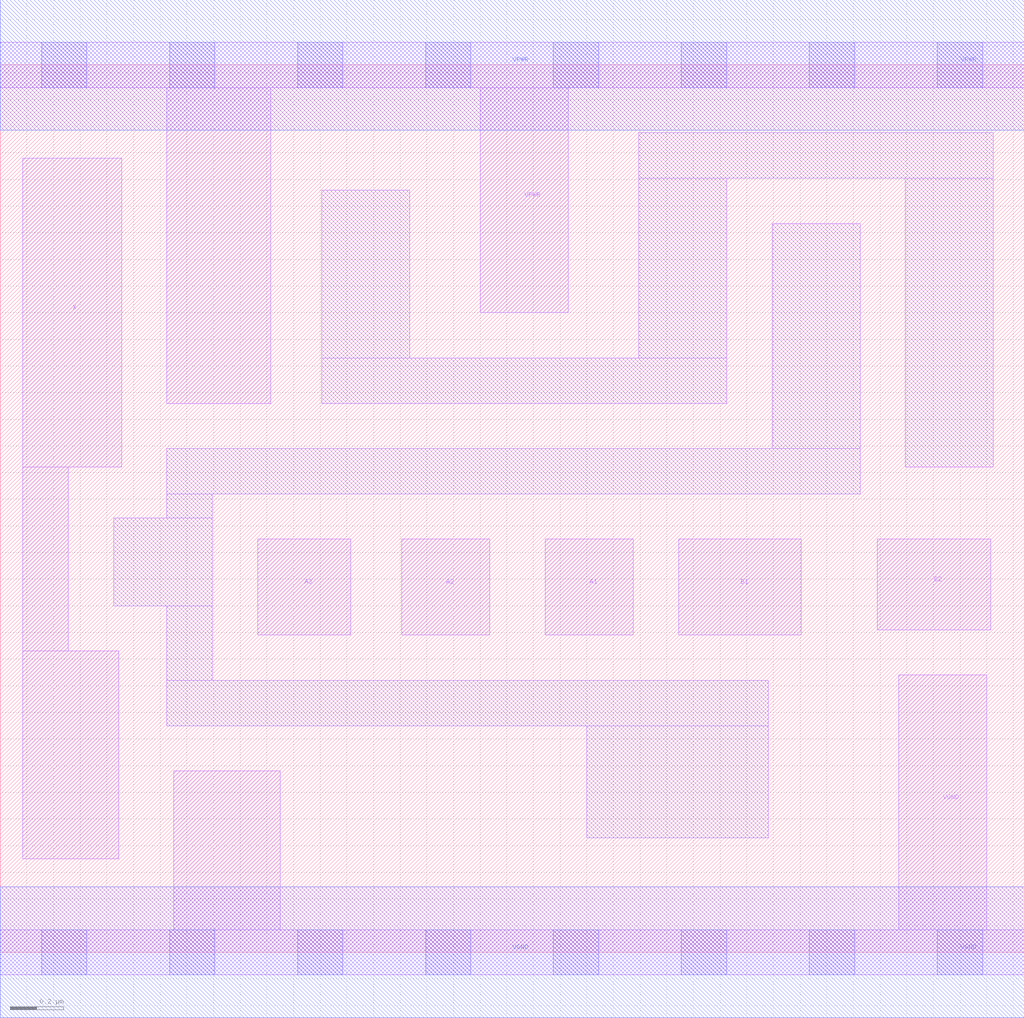
<source format=lef>
# Copyright 2020 The SkyWater PDK Authors
#
# Licensed under the Apache License, Version 2.0 (the "License");
# you may not use this file except in compliance with the License.
# You may obtain a copy of the License at
#
#     https://www.apache.org/licenses/LICENSE-2.0
#
# Unless required by applicable law or agreed to in writing, software
# distributed under the License is distributed on an "AS IS" BASIS,
# WITHOUT WARRANTIES OR CONDITIONS OF ANY KIND, either express or implied.
# See the License for the specific language governing permissions and
# limitations under the License.
#
# SPDX-License-Identifier: Apache-2.0

VERSION 5.7 ;
  NAMESCASESENSITIVE ON ;
  NOWIREEXTENSIONATPIN ON ;
  DIVIDERCHAR "/" ;
  BUSBITCHARS "[]" ;
UNITS
  DATABASE MICRONS 200 ;
END UNITS
MACRO sky130_fd_sc_ms__a32o_1
  CLASS CORE ;
  SOURCE USER ;
  FOREIGN sky130_fd_sc_ms__a32o_1 ;
  ORIGIN  0.000000  0.000000 ;
  SIZE  3.840000 BY  3.330000 ;
  SYMMETRY X Y ;
  SITE unit ;
  PIN A1
    ANTENNAGATEAREA  0.276000 ;
    DIRECTION INPUT ;
    USE SIGNAL ;
    PORT
      LAYER li1 ;
        RECT 2.045000 1.190000 2.375000 1.550000 ;
    END
  END A1
  PIN A2
    ANTENNAGATEAREA  0.276000 ;
    DIRECTION INPUT ;
    USE SIGNAL ;
    PORT
      LAYER li1 ;
        RECT 1.505000 1.190000 1.835000 1.550000 ;
    END
  END A2
  PIN A3
    ANTENNAGATEAREA  0.276000 ;
    DIRECTION INPUT ;
    USE SIGNAL ;
    PORT
      LAYER li1 ;
        RECT 0.965000 1.190000 1.315000 1.550000 ;
    END
  END A3
  PIN B1
    ANTENNAGATEAREA  0.276000 ;
    DIRECTION INPUT ;
    USE SIGNAL ;
    PORT
      LAYER li1 ;
        RECT 2.545000 1.190000 3.005000 1.550000 ;
    END
  END B1
  PIN B2
    ANTENNAGATEAREA  0.276000 ;
    DIRECTION INPUT ;
    USE SIGNAL ;
    PORT
      LAYER li1 ;
        RECT 3.290000 1.210000 3.715000 1.550000 ;
    END
  END B2
  PIN X
    ANTENNADIFFAREA  0.524500 ;
    DIRECTION OUTPUT ;
    USE SIGNAL ;
    PORT
      LAYER li1 ;
        RECT 0.085000 0.350000 0.445000 1.130000 ;
        RECT 0.085000 1.130000 0.255000 1.820000 ;
        RECT 0.085000 1.820000 0.455000 2.980000 ;
    END
  END X
  PIN VGND
    DIRECTION INOUT ;
    USE GROUND ;
    PORT
      LAYER li1 ;
        RECT 0.000000 -0.085000 3.840000 0.085000 ;
        RECT 0.650000  0.085000 1.050000 0.680000 ;
        RECT 3.370000  0.085000 3.700000 1.040000 ;
      LAYER mcon ;
        RECT 0.155000 -0.085000 0.325000 0.085000 ;
        RECT 0.635000 -0.085000 0.805000 0.085000 ;
        RECT 1.115000 -0.085000 1.285000 0.085000 ;
        RECT 1.595000 -0.085000 1.765000 0.085000 ;
        RECT 2.075000 -0.085000 2.245000 0.085000 ;
        RECT 2.555000 -0.085000 2.725000 0.085000 ;
        RECT 3.035000 -0.085000 3.205000 0.085000 ;
        RECT 3.515000 -0.085000 3.685000 0.085000 ;
      LAYER met1 ;
        RECT 0.000000 -0.245000 3.840000 0.245000 ;
    END
  END VGND
  PIN VPWR
    DIRECTION INOUT ;
    USE POWER ;
    PORT
      LAYER li1 ;
        RECT 0.000000 3.245000 3.840000 3.415000 ;
        RECT 0.625000 2.060000 1.015000 3.245000 ;
        RECT 1.800000 2.400000 2.130000 3.245000 ;
      LAYER mcon ;
        RECT 0.155000 3.245000 0.325000 3.415000 ;
        RECT 0.635000 3.245000 0.805000 3.415000 ;
        RECT 1.115000 3.245000 1.285000 3.415000 ;
        RECT 1.595000 3.245000 1.765000 3.415000 ;
        RECT 2.075000 3.245000 2.245000 3.415000 ;
        RECT 2.555000 3.245000 2.725000 3.415000 ;
        RECT 3.035000 3.245000 3.205000 3.415000 ;
        RECT 3.515000 3.245000 3.685000 3.415000 ;
      LAYER met1 ;
        RECT 0.000000 3.085000 3.840000 3.575000 ;
    END
  END VPWR
  OBS
    LAYER li1 ;
      RECT 0.425000 1.300000 0.795000 1.630000 ;
      RECT 0.625000 0.850000 2.880000 1.020000 ;
      RECT 0.625000 1.020000 0.795000 1.300000 ;
      RECT 0.625000 1.630000 0.795000 1.720000 ;
      RECT 0.625000 1.720000 3.225000 1.890000 ;
      RECT 1.205000 2.060000 2.725000 2.230000 ;
      RECT 1.205000 2.230000 1.535000 2.860000 ;
      RECT 2.200000 0.430000 2.880000 0.850000 ;
      RECT 2.395000 2.230000 2.725000 2.905000 ;
      RECT 2.395000 2.905000 3.725000 3.075000 ;
      RECT 2.895000 1.890000 3.225000 2.735000 ;
      RECT 3.395000 1.820000 3.725000 2.905000 ;
  END
END sky130_fd_sc_ms__a32o_1

</source>
